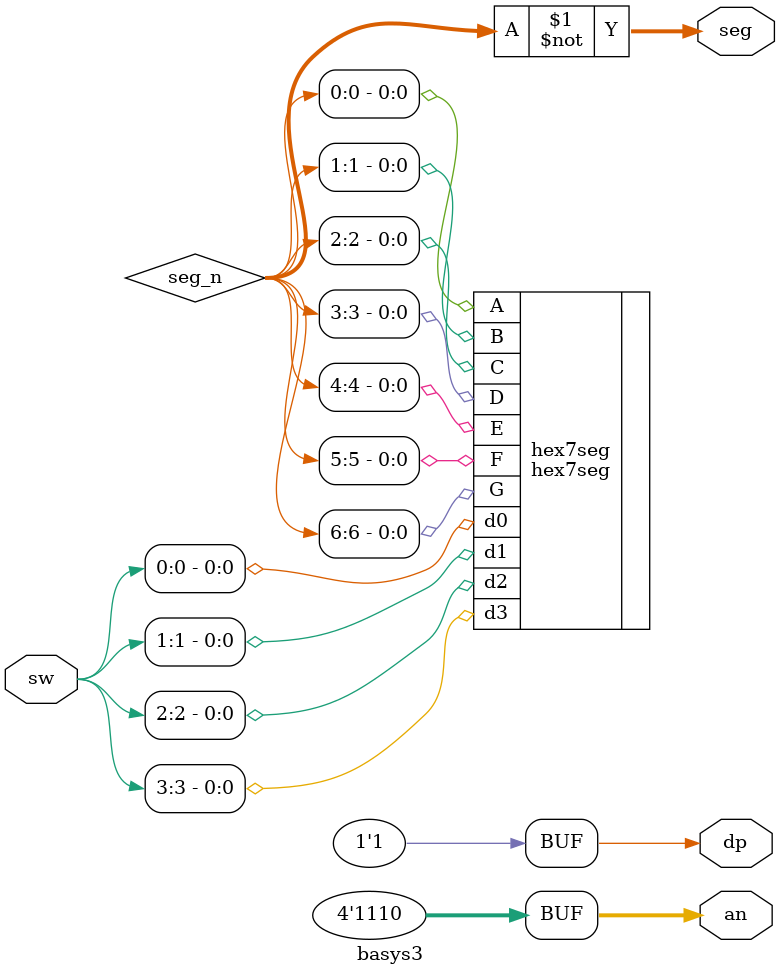
<source format=sv>

module basys3(
    input  logic [3:0] sw,
    output logic [6:0] seg,
    output logic       dp,
    output logic [3:0] an
);

logic [6:0] seg_n;
assign seg = ~seg_n;

// TODO
assign dp = 1;
assign an = 4'b1110;

hex7seg hex7seg (
    .d3(sw[3]),
    .d2(sw[2]),
    .d1(sw[1]),
    .d0(sw[0]),

    .A(seg_n[0]),
    .B(seg_n[1]),
    .C(seg_n[2]),
    .D(seg_n[3]),
    .E(seg_n[4]),
    .F(seg_n[5]),
    .G(seg_n[6])
);

endmodule
</source>
